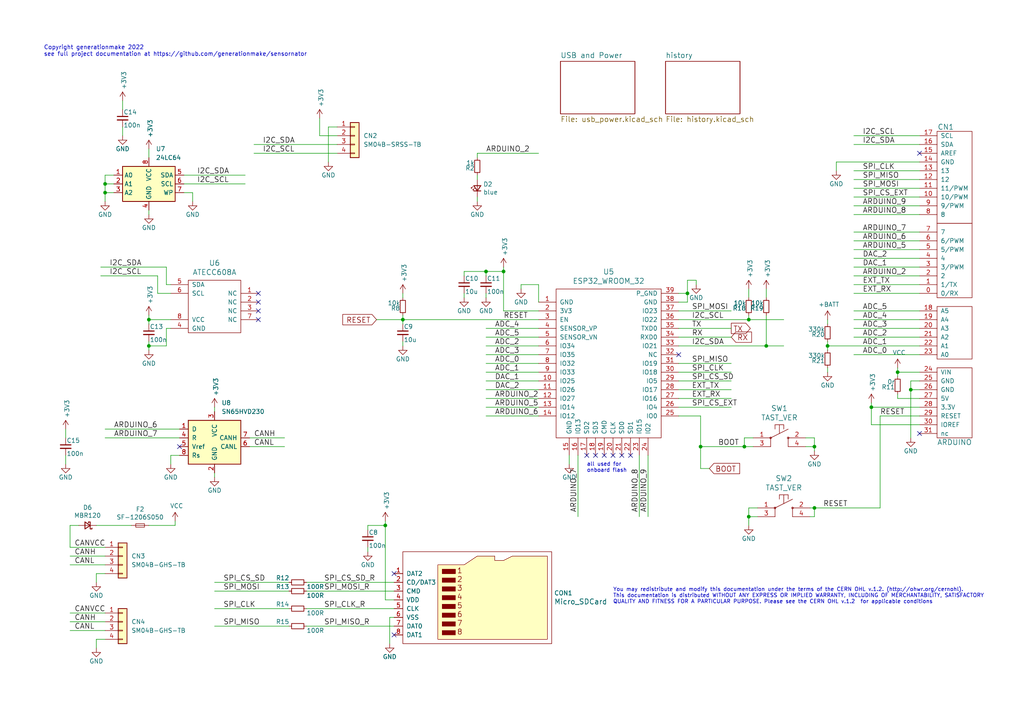
<source format=kicad_sch>
(kicad_sch (version 20211123) (generator eeschema)
  (paper "A4")
  (title_block (title "Sensornator") (date "2022-11-27") (rev "1.2") (company "generationmake") (comment 4 "This documentation describes Open Hardware and is licensed under the CERN OHL v. 1.2."))
  (lib_symbols
    (symbol "Connector_Generic:Conn_01x04" (pin_names (offset 1.016) hide)
      (property "Reference" "J" (at 0 5.08 0))
      (property "Value" "Conn_01x04" (at 0 -7.62 0))
      (symbol "Conn_01x04_1_1"
        (rectangle (start -1.27 -4.953) (end 0 -5.207) (stroke (width 0.1524)))
        (rectangle (start -1.27 -2.413) (end 0 -2.667) (stroke (width 0.1524)))
        (rectangle (start -1.27 0.127) (end 0 -0.127) (stroke (width 0.1524)))
        (rectangle (start -1.27 2.667) (end 0 2.413) (stroke (width 0.1524)))
        (rectangle (start -1.27 3.81) (end 1.27 -6.35) (stroke (width 0.254)) (fill (type background)))
        (pin passive line (at -5.08 2.54 0) (length 3.81) (name "Pin_1") (number "1"))
        (pin passive line (at -5.08 0 0) (length 3.81) (name "Pin_2") (number "2"))
        (pin passive line (at -5.08 -2.54 0) (length 3.81) (name "Pin_3") (number "3"))
        (pin passive line (at -5.08 -5.08 0) (length 3.81) (name "Pin_4") (number "4"))
      )
    )
    (symbol "Device:C_Small" (pin_numbers hide) (pin_names (offset 0.254) hide)
      (property "Reference" "C" (at 0.254 1.778 0))
      (property "Value" "C_Small" (at 0.254 -2.032 0))
      (symbol "C_Small_0_1"
        (polyline (pts (xy -1.524 -0.508) (xy 1.524 -0.508)) (stroke (width 0.3302)))
        (polyline (pts (xy -1.524 0.508) (xy 1.524 0.508)) (stroke (width 0.3048)))
      )
      (symbol "C_Small_1_1"
        (pin passive line (at 0 2.54 270) (length 2.032) (name "~") (number "1"))
        (pin passive line (at 0 -2.54 90) (length 2.032) (name "~") (number "2"))
      )
    )
    (symbol "Device:D_Schottky_Small" (pin_numbers hide) (pin_names (offset 0.254) hide)
      (property "Reference" "D" (at -1.27 2.032 0))
      (property "Value" "D_Schottky_Small" (at -7.112 -2.032 0))
      (symbol "D_Schottky_Small_0_1"
        (polyline (pts (xy -0.762 0) (xy 0.762 0)))
        (polyline (pts (xy 0.762 -1.016) (xy -0.762 0) (xy 0.762 1.016) (xy 0.762 -1.016)) (stroke (width 0.254)))
        (polyline (pts (xy -1.27 0.762) (xy -1.27 1.016) (xy -0.762 1.016) (xy -0.762 -1.016) (xy -0.254 -1.016) (xy -0.254 -0.762)) (stroke (width 0.254)))
      )
      (symbol "D_Schottky_Small_1_1"
        (pin passive line (at -2.54 0 0) (length 1.778) (name "K") (number "1"))
        (pin passive line (at 2.54 0 180) (length 1.778) (name "A") (number "2"))
      )
    )
    (symbol "Device:Fuse_Small" (pin_numbers hide) (pin_names (offset 0.254) hide)
      (property "Reference" "F" (at 0 -1.524 0))
      (property "Value" "Fuse_Small" (at 0 1.524 0))
      (symbol "Fuse_Small_0_1"
        (rectangle (start -1.27 0.508) (end 1.27 -0.508))
        (polyline (pts (xy -1.27 0) (xy 1.27 0)))
      )
      (symbol "Fuse_Small_1_1"
        (pin passive line (at -2.54 0 0) (length 1.27) (name "~") (number "1"))
        (pin passive line (at 2.54 0 180) (length 1.27) (name "~") (number "2"))
      )
    )
    (symbol "Device:LED_Small" (pin_numbers hide) (pin_names (offset 0.254) hide)
      (property "Reference" "D" (at -1.27 3.175 0))
      (property "Value" "LED_Small" (at -4.445 -2.54 0))
      (symbol "LED_Small_0_1"
        (polyline (pts (xy -0.762 -1.016) (xy -0.762 1.016)) (stroke (width 0.254)))
        (polyline (pts (xy 1.016 0) (xy -0.762 0)))
        (polyline (pts (xy 0.762 -1.016) (xy -0.762 0) (xy 0.762 1.016) (xy 0.762 -1.016)) (stroke (width 0.254)))
        (polyline (pts (xy 0 0.762) (xy -0.508 1.27) (xy -0.254 1.27) (xy -0.508 1.27) (xy -0.508 1.016)))
        (polyline (pts (xy 0.508 1.27) (xy 0 1.778) (xy 0.254 1.778) (xy 0 1.778) (xy 0 1.524)))
      )
      (symbol "LED_Small_1_1"
        (pin passive line (at -2.54 0 0) (length 1.778) (name "K") (number "1"))
        (pin passive line (at 2.54 0 180) (length 1.778) (name "A") (number "2"))
      )
    )
    (symbol "Device:R_Small" (pin_numbers hide) (pin_names (offset 0.254) hide)
      (property "Reference" "R" (at 0.762 0.508 0))
      (property "Value" "R_Small" (at 0.762 -1.016 0))
      (symbol "R_Small_0_1"
        (rectangle (start -0.762 1.778) (end 0.762 -1.778) (stroke (width 0.2032)))
      )
      (symbol "R_Small_1_1"
        (pin passive line (at 0 2.54 270) (length 0.762) (name "~") (number "1"))
        (pin passive line (at 0 -2.54 90) (length 0.762) (name "~") (number "2"))
      )
    )
    (symbol "Interface_CAN_LIN:SN65HVD230" (pin_names (offset 1.016))
      (property "Reference" "U" (at -2.54 10.16 0))
      (property "Value" "SN65HVD230" (at -2.54 7.62 0))
      (symbol "SN65HVD230_0_1"
        (rectangle (start -7.62 5.08) (end 7.62 -7.62) (stroke (width 0.254)) (fill (type background)))
      )
      (symbol "SN65HVD230_1_1"
        (pin input line (at -10.16 2.54 0) (length 2.54) (name "D") (number "1"))
        (pin power_in line (at 0 -10.16 90) (length 2.54) (name "GND") (number "2"))
        (pin power_in line (at 0 7.62 270) (length 2.54) (name "VCC") (number "3"))
        (pin output line (at -10.16 0 0) (length 2.54) (name "R") (number "4"))
        (pin output line (at -10.16 -2.54 0) (length 2.54) (name "Vref") (number "5"))
        (pin bidirectional line (at 10.16 -2.54 180) (length 2.54) (name "CANL") (number "6"))
        (pin bidirectional line (at 10.16 0 180) (length 2.54) (name "CANH") (number "7"))
        (pin input line (at -10.16 -5.08 0) (length 2.54) (name "Rs") (number "8"))
      )
    )
    (symbol "Memory_EEPROM:24LC64"
      (property "Reference" "U" (at -6.35 6.35 0))
      (property "Value" "24LC64" (at 1.27 6.35 0))
      (symbol "24LC64_1_1"
        (rectangle (start -7.62 5.08) (end 7.62 -5.08) (stroke (width 0.254)) (fill (type background)))
        (pin input line (at -10.16 2.54 0) (length 2.54) (name "A0") (number "1"))
        (pin input line (at -10.16 0 0) (length 2.54) (name "A1") (number "2"))
        (pin input line (at -10.16 -2.54 0) (length 2.54) (name "A2") (number "3"))
        (pin power_in line (at 0 -7.62 90) (length 2.54) (name "GND") (number "4"))
        (pin bidirectional line (at 10.16 2.54 180) (length 2.54) (name "SDA") (number "5"))
        (pin input line (at 10.16 0 180) (length 2.54) (name "SCL") (number "6"))
        (pin input line (at 10.16 -2.54 180) (length 2.54) (name "WP") (number "7"))
        (pin power_in line (at 0 7.62 270) (length 2.54) (name "VCC") (number "8"))
      )
    )
    (symbol "power:+3V3" (power) (pin_names (offset 0))
      (property "Value" "+3V3" (at 0 3.556 0))
      (symbol "+3V3_0_1"
        (polyline (pts (xy -0.762 1.27) (xy 0 2.54)))
        (polyline (pts (xy 0 0) (xy 0 2.54)))
        (polyline (pts (xy 0 2.54) (xy 0.762 1.27)))
      )
      (symbol "+3V3_1_1"
        (pin power_in line (at 0 0 90) (length 0) hide (name "+3V3") (number "1"))
      )
    )
    (symbol "power:+BATT" (power) (pin_names (offset 0))
      (property "Value" "+BATT" (at 0 3.556 0))
      (symbol "+BATT_0_1"
        (polyline (pts (xy -0.762 1.27) (xy 0 2.54)))
        (polyline (pts (xy 0 0) (xy 0 2.54)))
        (polyline (pts (xy 0 2.54) (xy 0.762 1.27)))
      )
      (symbol "+BATT_1_1"
        (pin power_in line (at 0 0 90) (length 0) hide (name "+BATT") (number "1"))
      )
    )
    (symbol "power:GND" (power) (pin_names (offset 0))
      (property "Value" "GND" (at 0 -3.81 0))
      (symbol "GND_0_1"
        (polyline (pts (xy 0 0) (xy 0 -1.27) (xy 1.27 -1.27) (xy 0 -2.54) (xy -1.27 -1.27) (xy 0 -1.27)))
      )
      (symbol "GND_1_1"
        (pin power_in line (at 0 0 270) (length 0) hide (name "GND") (number "1"))
      )
    )
    (symbol "power:VCC" (power) (pin_names (offset 0))
      (property "Value" "VCC" (at 0 3.81 0))
      (symbol "VCC_0_1"
        (polyline (pts (xy -0.762 1.27) (xy 0 2.54)))
        (polyline (pts (xy 0 0) (xy 0 2.54)))
        (polyline (pts (xy 0 2.54) (xy 0.762 1.27)))
      )
      (symbol "VCC_1_1"
        (pin power_in line (at 0 0 90) (length 0) hide (name "VCC") (number "1"))
      )
    )
    (symbol "sensornator-rescue:ARDUINO-MODULE_compute-sensornator-rescue" (pin_names (offset 1.016))
      (property "Reference" "CN" (at 2.54 44.45 0))
      (property "Value" "ARDUINO-MODULE_compute-sensornator-rescue" (at 5.08 -46.99 0))
      (symbol "ARDUINO-MODULE_compute-sensornator-rescue_0_1"
        (rectangle (start 0 -25.4) (end 10.16 -45.72))
        (rectangle (start 0 -7.62) (end 10.16 -22.86))
        (rectangle (start 0 16.51) (end 10.16 -5.08))
        (rectangle (start 0 16.51) (end 10.16 43.18))
      )
      (symbol "ARDUINO-MODULE_compute-sensornator-rescue_1_1"
        (pin input line (at -5.08 -3.81 0) (length 5.08) (name "0/RX") (number "0"))
        (pin input line (at -5.08 -1.27 0) (length 5.08) (name "1/TX") (number "1"))
        (pin input line (at -5.08 24.13 0) (length 5.08) (name "10/PWM") (number "10"))
        (pin input line (at -5.08 26.67 0) (length 5.08) (name "11/PWM") (number "11"))
        (pin input line (at -5.08 29.21 0) (length 5.08) (name "12") (number "12"))
        (pin input line (at -5.08 31.75 0) (length 5.08) (name "13") (number "13"))
        (pin input line (at -5.08 34.29 0) (length 5.08) (name "GND") (number "14"))
        (pin input line (at -5.08 36.83 0) (length 5.08) (name "AREF") (number "15"))
        (pin input line (at -5.08 39.37 0) (length 5.08) (name "SDA") (number "16"))
        (pin input line (at -5.08 41.91 0) (length 5.08) (name "SCL") (number "17"))
        (pin input line (at -5.08 -8.89 0) (length 5.08) (name "A5") (number "18"))
        (pin input line (at -5.08 -11.43 0) (length 5.08) (name "A4") (number "19"))
        (pin input line (at -5.08 1.27 0) (length 5.08) (name "2") (number "2"))
        (pin input line (at -5.08 -13.97 0) (length 5.08) (name "A3") (number "20"))
        (pin input line (at -5.08 -16.51 0) (length 5.08) (name "A2") (number "21"))
        (pin input line (at -5.08 -19.05 0) (length 5.08) (name "A1") (number "22"))
        (pin input line (at -5.08 -21.59 0) (length 5.08) (name "A0") (number "23"))
        (pin input line (at -5.08 -26.67 0) (length 5.08) (name "VIN") (number "24"))
        (pin input line (at -5.08 -29.21 0) (length 5.08) (name "GND") (number "25"))
        (pin input line (at -5.08 -31.75 0) (length 5.08) (name "GND") (number "26"))
        (pin input line (at -5.08 -34.29 0) (length 5.08) (name "5V") (number "27"))
        (pin input line (at -5.08 -36.83 0) (length 5.08) (name "3.3V") (number "28"))
        (pin input line (at -5.08 -39.37 0) (length 5.08) (name "RESET") (number "29"))
        (pin input line (at -5.08 3.81 0) (length 5.08) (name "3/PWM") (number "3"))
        (pin input line (at -5.08 -41.91 0) (length 5.08) (name "IOREF") (number "30"))
        (pin input line (at -5.08 -44.45 0) (length 5.08) (name "nc") (number "31"))
        (pin input line (at -5.08 6.35 0) (length 5.08) (name "4") (number "4"))
        (pin input line (at -5.08 8.89 0) (length 5.08) (name "5/PWM") (number "5"))
        (pin input line (at -5.08 11.43 0) (length 5.08) (name "6/PWM") (number "6"))
        (pin input line (at -5.08 13.97 0) (length 5.08) (name "7") (number "7"))
        (pin input line (at -5.08 19.05 0) (length 5.08) (name "8") (number "8"))
        (pin input line (at -5.08 21.59 0) (length 5.08) (name "9/PWM") (number "9"))
      )
    )
    (symbol "sensornator-rescue:ATECC608A-IC_interface_i2c" (pin_names (offset 1.016))
      (property "Reference" "U" (at 0 17.78 0))
      (property "Value" "ATECC608A-IC_interface_i2c" (at 0 0 0))
      (symbol "ATECC608A-IC_interface_i2c_0_1"
        (rectangle (start -7.62 16.51) (end 7.62 1.27))
      )
      (symbol "ATECC608A-IC_interface_i2c_1_1"
        (pin passive line (at 12.7 12.7 180) (length 5.08) (name "NC") (number "1"))
        (pin passive line (at 12.7 10.16 180) (length 5.08) (name "NC") (number "2"))
        (pin passive line (at 12.7 7.62 180) (length 5.08) (name "NC") (number "3"))
        (pin passive line (at -12.7 2.54 0) (length 5.08) (name "GND") (number "4"))
        (pin passive line (at -12.7 15.24 0) (length 5.08) (name "SDA") (number "5"))
        (pin passive line (at -12.7 12.7 0) (length 5.08) (name "SCL") (number "6"))
        (pin passive line (at 12.7 5.08 180) (length 5.08) (name "NC") (number "7"))
        (pin passive line (at -12.7 5.08 0) (length 5.08) (name "VCC") (number "8"))
      )
    )
    (symbol "sensornator-rescue:ESP32_WROOM_32-MODULE_compute" (pin_names (offset 1.016))
      (property "Reference" "U" (at 0 22.86 0))
      (property "Value" "ESP32_WROOM_32-MODULE_compute" (at -3.81 20.32 0))
      (symbol "ESP32_WROOM_32-MODULE_compute_0_1"
        (rectangle (start -15.24 21.59) (end 15.24 -21.59))
      )
      (symbol "ESP32_WROOM_32-MODULE_compute_1_1"
        (pin input line (at -20.32 17.78 0) (length 5.08) (name "GND") (number "1"))
        (pin input line (at -20.32 -5.08 0) (length 5.08) (name "IO25") (number "10"))
        (pin input line (at -20.32 -7.62 0) (length 5.08) (name "IO26") (number "11"))
        (pin input line (at -20.32 -10.16 0) (length 5.08) (name "IO27") (number "12"))
        (pin input line (at -20.32 -12.7 0) (length 5.08) (name "IO14") (number "13"))
        (pin input line (at -20.32 -15.24 0) (length 5.08) (name "IO12") (number "14"))
        (pin input line (at -11.43 -26.67 90) (length 5.08) (name "GND") (number "15"))
        (pin input line (at -8.89 -26.67 90) (length 5.08) (name "IO13") (number "16"))
        (pin input line (at -6.35 -26.67 90) (length 5.08) (name "SD2") (number "17"))
        (pin input line (at -3.81 -26.67 90) (length 5.08) (name "SD3") (number "18"))
        (pin input line (at -1.27 -26.67 90) (length 5.08) (name "CMD") (number "19"))
        (pin input line (at -20.32 15.24 0) (length 5.08) (name "3V3") (number "2"))
        (pin input line (at 1.27 -26.67 90) (length 5.08) (name "CLK") (number "20"))
        (pin input line (at 3.81 -26.67 90) (length 5.08) (name "SD0") (number "21"))
        (pin input line (at 6.35 -26.67 90) (length 5.08) (name "SD1") (number "22"))
        (pin input line (at 8.89 -26.67 90) (length 5.08) (name "IO15") (number "23"))
        (pin input line (at 11.43 -26.67 90) (length 5.08) (name "IO2") (number "24"))
        (pin input line (at 20.32 -15.24 180) (length 5.08) (name "IO0") (number "25"))
        (pin input line (at 20.32 -12.7 180) (length 5.08) (name "IO4") (number "26"))
        (pin input line (at 20.32 -10.16 180) (length 5.08) (name "IO16") (number "27"))
        (pin input line (at 20.32 -7.62 180) (length 5.08) (name "IO17") (number "28"))
        (pin input line (at 20.32 -5.08 180) (length 5.08) (name "IO5") (number "29"))
        (pin input line (at -20.32 12.7 0) (length 5.08) (name "EN") (number "3"))
        (pin input line (at 20.32 -2.54 180) (length 5.08) (name "IO18") (number "30"))
        (pin input line (at 20.32 0 180) (length 5.08) (name "IO19") (number "31"))
        (pin input line (at 20.32 2.54 180) (length 5.08) (name "NC") (number "32"))
        (pin input line (at 20.32 5.08 180) (length 5.08) (name "IO21") (number "33"))
        (pin input line (at 20.32 7.62 180) (length 5.08) (name "RXD0") (number "34"))
        (pin input line (at 20.32 10.16 180) (length 5.08) (name "TXD0") (number "35"))
        (pin input line (at 20.32 12.7 180) (length 5.08) (name "IO22") (number "36"))
        (pin input line (at 20.32 15.24 180) (length 5.08) (name "IO23") (number "37"))
        (pin input line (at 20.32 17.78 180) (length 5.08) (name "GND") (number "38"))
        (pin input line (at 20.32 20.32 180) (length 5.08) (name "P_GND") (number "39"))
        (pin input line (at -20.32 10.16 0) (length 5.08) (name "SENSOR_VP") (number "4"))
        (pin input line (at -20.32 7.62 0) (length 5.08) (name "SENSOR_VN") (number "5"))
        (pin input line (at -20.32 5.08 0) (length 5.08) (name "IO34") (number "6"))
        (pin input line (at -20.32 2.54 0) (length 5.08) (name "IO35") (number "7"))
        (pin input line (at -20.32 0 0) (length 5.08) (name "IO32") (number "8"))
        (pin input line (at -20.32 -2.54 0) (length 5.08) (name "IO33") (number "9"))
      )
    )
    (symbol "sensornator-rescue:Micro_SDCard-electrical-connectors" (pin_names (offset 1.016))
      (property "Reference" "CON" (at -10.16 17.78 0))
      (property "Value" "Micro_SDCard-electrical-connectors" (at 25.4 2.54 90))
      (symbol "Micro_SDCard-electrical-connectors_0_0"
        (rectangle (start -13.97 16.51) (end 29.21 -10.16))
        (text "1" (at 2.54 10.16 0) (effects (font (size 1.524 1.524)) (justify bottom)))
        (text "2" (at 2.54 7.62 0) (effects (font (size 1.524 1.524)) (justify bottom)))
        (text "3" (at 2.54 5.08 0) (effects (font (size 1.524 1.524)) (justify bottom)))
        (text "4" (at 2.54 2.54 0) (effects (font (size 1.524 1.524)) (justify bottom)))
        (text "5" (at 2.54 0 0) (effects (font (size 1.524 1.524)) (justify bottom)))
        (text "6" (at 2.54 -2.54 0) (effects (font (size 1.524 1.524)) (justify bottom)))
        (text "7" (at 2.54 -5.08 0) (effects (font (size 1.524 1.524)) (justify bottom)))
        (text "8" (at 2.54 -7.62 0) (effects (font (size 1.524 1.524)) (justify bottom)))
      )
      (symbol "Micro_SDCard-electrical-connectors_0_1"
        (rectangle (start -2.54 -6.35) (end 1.27 -7.62) (fill (type outline)))
        (rectangle (start -2.54 -3.81) (end 1.27 -5.08) (fill (type outline)))
        (rectangle (start -2.54 -1.27) (end 1.27 -2.54) (fill (type outline)))
        (rectangle (start -2.54 1.27) (end 1.27 0) (fill (type outline)))
        (rectangle (start -2.54 3.81) (end 1.27 2.54) (fill (type outline)))
        (rectangle (start -2.54 6.35) (end 1.27 5.08) (fill (type outline)))
        (rectangle (start -2.54 8.89) (end 1.27 7.62) (fill (type outline)))
        (rectangle (start -2.54 11.43) (end 1.27 10.16) (fill (type outline)))
        (rectangle (start -2.54 11.43) (end 1.27 10.16) (fill (type outline)))
        (polyline (pts (xy -3.81 12.7) (xy 3.81 12.7) (xy 7.62 15.24) (xy 12.7 15.24) (xy 12.7 13.97) (xy 15.24 13.97) (xy 17.78 15.24) (xy 27.94 15.24) (xy 27.94 -8.89) (xy -3.81 -8.89) (xy -3.81 12.7)) (fill (type background)))
      )
      (symbol "Micro_SDCard-electrical-connectors_1_1"
        (pin input line (at -16.51 10.16 0) (length 2.54) (name "DAT2") (number "1"))
        (pin input line (at -16.51 7.62 0) (length 2.54) (name "CD/DAT3") (number "2"))
        (pin input line (at -16.51 5.08 0) (length 2.54) (name "CMD") (number "3"))
        (pin input line (at -16.51 2.54 0) (length 2.54) (name "VDD") (number "4"))
        (pin input line (at -16.51 0 0) (length 2.54) (name "CLK") (number "5"))
        (pin input line (at -16.51 -2.54 0) (length 2.54) (name "VSS") (number "6"))
        (pin input line (at -16.51 -5.08 0) (length 2.54) (name "DAT0") (number "7"))
        (pin input line (at -16.51 -7.62 0) (length 2.54) (name "DAT1") (number "8"))
      )
    )
    (symbol "sensornator-rescue:TAST_VER-mechanical-switches" (pin_names (offset 1.016))
      (property "Reference" "SW" (at 0 5.08 0))
      (property "Value" "TAST_VER-mechanical-switches" (at 0 -5.08 0))
      (symbol "TAST_VER-mechanical-switches_0_1"
        (circle (center -2.54 0) (radius 0.254))
        (polyline (pts (xy -2.54 0) (xy -2.54 -2.54)))
        (polyline (pts (xy -2.54 0) (xy 2.54 2.54)))
        (polyline (pts (xy -1.27 3.81) (xy -1.27 2.54)))
        (polyline (pts (xy -1.27 3.81) (xy -1.27 3.81)))
        (polyline (pts (xy 0 1.27) (xy 0 3.81)))
        (polyline (pts (xy 1.27 3.81) (xy -1.27 3.81)))
        (polyline (pts (xy 1.27 3.81) (xy 1.27 2.54)))
        (polyline (pts (xy 2.54 0) (xy 2.54 -2.54)))
        (circle (center 2.54 0) (radius 0.254))
      )
      (symbol "TAST_VER-mechanical-switches_1_1"
        (pin input line (at -7.62 0 0) (length 5.08) (name "~") (number "1"))
        (pin input line (at 7.62 0 180) (length 5.08) (name "~") (number "2"))
        (pin input line (at -7.62 -2.54 0) (length 5.08) (name "~") (number "3"))
        (pin input line (at 7.62 -2.54 180) (length 5.08) (name "~") (number "4"))
      )
    )
  )
  (junction (at 222.25 100.33))
  (junction (at 236.22 129.54))
  (junction (at 217.17 92.71))
  (junction (at 116.84 92.71))
  (junction (at 217.17 149.86))
  (junction (at 30.48 53.34))
  (junction (at 252.73 118.11))
  (junction (at 215.9 129.54))
  (junction (at 43.18 92.71))
  (junction (at 30.48 55.88))
  (junction (at 203.2 129.54))
  (junction (at 43.18 100.33))
  (junction (at 260.35 107.95))
  (junction (at 264.16 113.03))
  (junction (at 199.39 85.09))
  (junction (at 140.97 78.74))
  (junction (at 240.03 100.33))
  (junction (at 111.76 152.4))
  (junction (at 236.22 147.32))
  (junction (at 146.05 78.74))
  (no_connect (at 177.8 132.08))
  (no_connect (at 182.88 132.08))
  (no_connect (at 114.3 166.37))
  (no_connect (at 74.93 87.63))
  (no_connect (at 180.34 132.08))
  (no_connect (at 170.18 132.08))
  (no_connect (at 175.26 132.08))
  (no_connect (at 266.7 125.73))
  (no_connect (at 266.7 44.45))
  (no_connect (at 74.93 85.09))
  (no_connect (at 196.85 102.87))
  (no_connect (at 52.07 129.54))
  (no_connect (at 74.93 90.17))
  (no_connect (at 172.72 132.08))
  (no_connect (at 114.3 184.15))
  (no_connect (at 74.93 92.71))
  (wire (pts (xy 62.23 118.11) (xy 62.23 119.38)))
  (wire (pts (xy 212.09 115.57) (xy 196.85 115.57)))
  (wire (pts (xy 264.16 113.03) (xy 264.16 127)))
  (wire (pts (xy 247.65 54.61) (xy 266.7 54.61)))
  (wire (pts (xy 218.44 129.54) (xy 215.9 129.54)))
  (wire (pts (xy 236.22 127) (xy 236.22 129.54)))
  (wire (pts (xy 43.18 92.71) (xy 43.18 91.44)))
  (wire (pts (xy 140.97 102.87) (xy 156.21 102.87)))
  (wire (pts (xy 53.34 53.34) (xy 71.12 53.34)))
  (wire (pts (xy 73.66 41.91) (xy 97.79 41.91)))
  (wire (pts (xy 35.56 29.21) (xy 35.56 31.75)))
  (wire (pts (xy 247.65 77.47) (xy 266.7 77.47)))
  (wire (pts (xy 247.65 39.37) (xy 266.7 39.37)))
  (wire (pts (xy 134.62 78.74) (xy 140.97 78.74)))
  (wire (pts (xy 242.57 46.99) (xy 242.57 49.53)))
  (wire (pts (xy 62.23 181.61) (xy 83.82 181.61)))
  (wire (pts (xy 247.65 90.17) (xy 266.7 90.17)))
  (wire (pts (xy 252.73 123.19) (xy 252.73 118.11)))
  (wire (pts (xy 30.48 166.37) (xy 27.94 166.37)))
  (wire (pts (xy 140.97 95.25) (xy 156.21 95.25)))
  (wire (pts (xy 255.27 120.65) (xy 255.27 147.32)))
  (wire (pts (xy 247.65 92.71) (xy 266.7 92.71)))
  (wire (pts (xy 116.84 99.06) (xy 116.84 100.33)))
  (wire (pts (xy 247.65 57.15) (xy 266.7 57.15)))
  (wire (pts (xy 222.25 91.44) (xy 222.25 100.33)))
  (wire (pts (xy 260.35 106.68) (xy 260.35 107.95)))
  (wire (pts (xy 116.84 91.44) (xy 116.84 92.71)))
  (wire (pts (xy 30.48 53.34) (xy 33.02 53.34)))
  (wire (pts (xy 140.97 80.01) (xy 140.97 78.74)))
  (wire (pts (xy 233.68 127) (xy 236.22 127)))
  (wire (pts (xy 215.9 127) (xy 215.9 129.54)))
  (wire (pts (xy 33.02 50.8) (xy 30.48 50.8)))
  (wire (pts (xy 266.7 115.57) (xy 260.35 115.57)))
  (wire (pts (xy 20.32 161.29) (xy 30.48 161.29)))
  (wire (pts (xy 92.71 39.37) (xy 92.71 34.29)))
  (wire (pts (xy 20.32 180.34) (xy 30.48 180.34)))
  (wire (pts (xy 260.35 115.57) (xy 260.35 114.3)))
  (wire (pts (xy 236.22 147.32) (xy 255.27 147.32)))
  (wire (pts (xy 43.18 99.06) (xy 43.18 100.33)))
  (wire (pts (xy 222.25 100.33) (xy 227.33 100.33)))
  (wire (pts (xy 140.97 97.79) (xy 156.21 97.79)))
  (wire (pts (xy 140.97 115.57) (xy 156.21 115.57)))
  (wire (pts (xy 111.76 173.99) (xy 111.76 152.4)))
  (wire (pts (xy 134.62 80.01) (xy 134.62 78.74)))
  (wire (pts (xy 140.97 107.95) (xy 156.21 107.95)))
  (wire (pts (xy 240.03 99.06) (xy 240.03 100.33)))
  (wire (pts (xy 138.43 57.15) (xy 138.43 58.42)))
  (wire (pts (xy 45.72 80.01) (xy 45.72 85.09)))
  (wire (pts (xy 212.09 107.95) (xy 196.85 107.95)))
  (wire (pts (xy 247.65 80.01) (xy 266.7 80.01)))
  (wire (pts (xy 30.48 53.34) (xy 30.48 55.88)))
  (wire (pts (xy 106.68 153.67) (xy 106.68 152.4)))
  (wire (pts (xy 52.07 132.08) (xy 49.53 132.08)))
  (wire (pts (xy 260.35 107.95) (xy 260.35 109.22)))
  (wire (pts (xy 242.57 46.99) (xy 266.7 46.99)))
  (wire (pts (xy 138.43 44.45) (xy 138.43 45.72)))
  (wire (pts (xy 219.71 147.32) (xy 217.17 147.32)))
  (wire (pts (xy 212.09 97.79) (xy 196.85 97.79)))
  (wire (pts (xy 106.68 158.75) (xy 106.68 160.02)))
  (wire (pts (xy 212.09 110.49) (xy 196.85 110.49)))
  (wire (pts (xy 187.96 149.86) (xy 187.96 132.08)))
  (wire (pts (xy 196.85 92.71) (xy 217.17 92.71)))
  (wire (pts (xy 264.16 110.49) (xy 264.16 113.03)))
  (wire (pts (xy 247.65 102.87) (xy 266.7 102.87)))
  (wire (pts (xy 43.18 43.18) (xy 43.18 45.72)))
  (wire (pts (xy 165.1 132.08) (xy 165.1 134.62)))
  (wire (pts (xy 48.26 82.55) (xy 49.53 82.55)))
  (wire (pts (xy 43.18 100.33) (xy 43.18 101.6)))
  (wire (pts (xy 27.94 166.37) (xy 27.94 168.91)))
  (wire (pts (xy 247.65 49.53) (xy 266.7 49.53)))
  (wire (pts (xy 114.3 179.07) (xy 113.03 179.07)))
  (wire (pts (xy 72.39 127) (xy 82.55 127)))
  (wire (pts (xy 247.65 69.85) (xy 266.7 69.85)))
  (wire (pts (xy 236.22 147.32) (xy 234.95 147.32)))
  (wire (pts (xy 234.95 149.86) (xy 236.22 149.86)))
  (wire (pts (xy 266.7 113.03) (xy 264.16 113.03)))
  (wire (pts (xy 247.65 82.55) (xy 266.7 82.55)))
  (wire (pts (xy 49.53 95.25) (xy 48.26 95.25)))
  (wire (pts (xy 252.73 118.11) (xy 266.7 118.11)))
  (wire (pts (xy 43.18 60.96) (xy 43.18 62.23)))
  (wire (pts (xy 109.22 92.71) (xy 116.84 92.71)))
  (wire (pts (xy 203.2 135.89) (xy 203.2 129.54)))
  (wire (pts (xy 240.03 93.98) (xy 240.03 92.71)))
  (wire (pts (xy 199.39 85.09) (xy 199.39 81.28)))
  (wire (pts (xy 48.26 77.47) (xy 48.26 82.55)))
  (wire (pts (xy 97.79 39.37) (xy 92.71 39.37)))
  (wire (pts (xy 111.76 152.4) (xy 111.76 151.13)))
  (wire (pts (xy 140.97 118.11) (xy 156.21 118.11)))
  (wire (pts (xy 72.39 129.54) (xy 82.55 129.54)))
  (wire (pts (xy 252.73 123.19) (xy 266.7 123.19)))
  (wire (pts (xy 222.25 83.82) (xy 222.25 86.36)))
  (wire (pts (xy 156.21 82.55) (xy 151.13 82.55)))
  (wire (pts (xy 217.17 147.32) (xy 217.17 149.86)))
  (wire (pts (xy 218.44 127) (xy 215.9 127)))
  (wire (pts (xy 97.79 36.83) (xy 95.25 36.83)))
  (wire (pts (xy 212.09 105.41) (xy 196.85 105.41)))
  (wire (pts (xy 212.09 90.17) (xy 196.85 90.17)))
  (wire (pts (xy 35.56 36.83) (xy 35.56 39.37)))
  (wire (pts (xy 151.13 82.55) (xy 151.13 83.82)))
  (wire (pts (xy 140.97 113.03) (xy 156.21 113.03)))
  (wire (pts (xy 203.2 120.65) (xy 196.85 120.65)))
  (wire (pts (xy 134.62 86.36) (xy 134.62 85.09)))
  (wire (pts (xy 49.53 132.08) (xy 49.53 134.62)))
  (wire (pts (xy 247.65 41.91) (xy 266.7 41.91)))
  (wire (pts (xy 19.05 124.46) (xy 19.05 127)))
  (wire (pts (xy 43.18 92.71) (xy 49.53 92.71)))
  (wire (pts (xy 114.3 173.99) (xy 111.76 173.99)))
  (wire (pts (xy 48.26 95.25) (xy 48.26 100.33)))
  (wire (pts (xy 236.22 129.54) (xy 236.22 130.81)))
  (wire (pts (xy 45.72 85.09) (xy 49.53 85.09)))
  (wire (pts (xy 106.68 152.4) (xy 111.76 152.4)))
  (wire (pts (xy 88.9 181.61) (xy 114.3 181.61)))
  (wire (pts (xy 247.65 59.69) (xy 266.7 59.69)))
  (wire (pts (xy 217.17 91.44) (xy 217.17 92.71)))
  (wire (pts (xy 30.48 55.88) (xy 30.48 58.42)))
  (wire (pts (xy 19.05 132.08) (xy 19.05 134.62)))
  (wire (pts (xy 236.22 149.86) (xy 236.22 147.32)))
  (wire (pts (xy 73.66 44.45) (xy 97.79 44.45)))
  (wire (pts (xy 20.32 152.4) (xy 22.86 152.4)))
  (wire (pts (xy 217.17 92.71) (xy 227.33 92.71)))
  (wire (pts (xy 156.21 87.63) (xy 156.21 82.55)))
  (wire (pts (xy 20.32 158.75) (xy 30.48 158.75)))
  (wire (pts (xy 20.32 163.83) (xy 30.48 163.83)))
  (wire (pts (xy 247.65 85.09) (xy 266.7 85.09)))
  (wire (pts (xy 146.05 78.74) (xy 146.05 77.47)))
  (wire (pts (xy 140.97 100.33) (xy 156.21 100.33)))
  (wire (pts (xy 247.65 52.07) (xy 266.7 52.07)))
  (wire (pts (xy 30.48 50.8) (xy 30.48 53.34)))
  (wire (pts (xy 55.88 55.88) (xy 55.88 58.42)))
  (wire (pts (xy 260.35 107.95) (xy 266.7 107.95)))
  (wire (pts (xy 140.97 110.49) (xy 156.21 110.49)))
  (wire (pts (xy 215.9 129.54) (xy 203.2 129.54)))
  (wire (pts (xy 266.7 110.49) (xy 264.16 110.49)))
  (wire (pts (xy 219.71 149.86) (xy 217.17 149.86)))
  (wire (pts (xy 62.23 171.45) (xy 83.82 171.45)))
  (wire (pts (xy 212.09 95.25) (xy 196.85 95.25)))
  (wire (pts (xy 203.2 129.54) (xy 203.2 120.65)))
  (wire (pts (xy 140.97 85.09) (xy 140.97 86.36)))
  (wire (pts (xy 247.65 97.79) (xy 266.7 97.79)))
  (wire (pts (xy 29.21 80.01) (xy 45.72 80.01)))
  (wire (pts (xy 138.43 50.8) (xy 138.43 52.07)))
  (wire (pts (xy 43.18 93.98) (xy 43.18 92.71)))
  (wire (pts (xy 247.65 74.93) (xy 266.7 74.93)))
  (wire (pts (xy 30.48 55.88) (xy 33.02 55.88)))
  (wire (pts (xy 247.65 62.23) (xy 266.7 62.23)))
  (wire (pts (xy 95.25 36.83) (xy 95.25 46.99)))
  (wire (pts (xy 20.32 177.8) (xy 30.48 177.8)))
  (wire (pts (xy 247.65 95.25) (xy 266.7 95.25)))
  (wire (pts (xy 240.03 100.33) (xy 266.7 100.33)))
  (wire (pts (xy 62.23 168.91) (xy 83.82 168.91)))
  (wire (pts (xy 196.85 100.33) (xy 222.25 100.33)))
  (wire (pts (xy 48.26 100.33) (xy 43.18 100.33)))
  (wire (pts (xy 247.65 67.31) (xy 266.7 67.31)))
  (wire (pts (xy 212.09 118.11) (xy 196.85 118.11)))
  (wire (pts (xy 53.34 55.88) (xy 55.88 55.88)))
  (wire (pts (xy 156.21 44.45) (xy 138.43 44.45)))
  (wire (pts (xy 167.64 149.86) (xy 167.64 132.08)))
  (wire (pts (xy 140.97 105.41) (xy 156.21 105.41)))
  (wire (pts (xy 116.84 85.09) (xy 116.84 86.36)))
  (wire (pts (xy 140.97 78.74) (xy 146.05 78.74)))
  (wire (pts (xy 196.85 87.63) (xy 199.39 87.63)))
  (wire (pts (xy 30.48 127) (xy 52.07 127)))
  (wire (pts (xy 29.21 77.47) (xy 48.26 77.47)))
  (wire (pts (xy 140.97 120.65) (xy 156.21 120.65)))
  (wire (pts (xy 27.94 185.42) (xy 27.94 187.96)))
  (wire (pts (xy 205.74 135.89) (xy 203.2 135.89)))
  (wire (pts (xy 50.8 152.4) (xy 50.8 151.13)))
  (wire (pts (xy 43.18 152.4) (xy 50.8 152.4)))
  (wire (pts (xy 212.09 113.03) (xy 196.85 113.03)))
  (wire (pts (xy 62.23 176.53) (xy 83.82 176.53)))
  (wire (pts (xy 217.17 83.82) (xy 217.17 86.36)))
  (wire (pts (xy 20.32 182.88) (xy 30.48 182.88)))
  (wire (pts (xy 247.65 72.39) (xy 266.7 72.39)))
  (wire (pts (xy 199.39 81.28) (xy 201.93 81.28)))
  (wire (pts (xy 240.03 106.68) (xy 240.03 107.95)))
  (wire (pts (xy 27.94 152.4) (xy 38.1 152.4)))
  (wire (pts (xy 233.68 129.54) (xy 236.22 129.54)))
  (wire (pts (xy 30.48 185.42) (xy 27.94 185.42)))
  (wire (pts (xy 199.39 87.63) (xy 199.39 85.09)))
  (wire (pts (xy 88.9 171.45) (xy 114.3 171.45)))
  (wire (pts (xy 88.9 168.91) (xy 114.3 168.91)))
  (wire (pts (xy 146.05 90.17) (xy 146.05 78.74)))
  (wire (pts (xy 30.48 124.46) (xy 52.07 124.46)))
  (wire (pts (xy 156.21 90.17) (xy 146.05 90.17)))
  (wire (pts (xy 156.21 92.71) (xy 116.84 92.71)))
  (wire (pts (xy 196.85 85.09) (xy 199.39 85.09)))
  (wire (pts (xy 62.23 137.16) (xy 62.23 138.43)))
  (wire (pts (xy 240.03 100.33) (xy 240.03 101.6)))
  (wire (pts (xy 53.34 50.8) (xy 71.12 50.8)))
  (wire (pts (xy 116.84 92.71) (xy 116.84 93.98)))
  (wire (pts (xy 185.42 149.86) (xy 185.42 132.08)))
  (wire (pts (xy 88.9 176.53) (xy 114.3 176.53)))
  (wire (pts (xy 217.17 149.86) (xy 217.17 152.4)))
  (wire (pts (xy 201.93 81.28) (xy 201.93 82.55)))
  (wire (pts (xy 255.27 120.65) (xy 266.7 120.65)))
  (wire (pts (xy 113.03 179.07) (xy 113.03 186.69)))
  (wire (pts (xy 252.73 118.11) (xy 252.73 116.84)))
  (wire (pts (xy 20.32 152.4) (xy 20.32 158.75)))
  (text "Copyright generationmake 2022\nsee full project documentation at https://github.com/generationmake/sensornator" (at 12.7 16.51 0) (effects (font (size 1.1938 1.1938)) (justify left bottom)))
  (text "all used for \nonboard flash" (at 170.18 137.16 0) (effects (font (size 1.0922 1.0922)) (justify left bottom)))
  (text "You may redistribute and modify this documentation under the terms of the CERN OHL v.1.2. (http://ohwr.org/cernohl). \nThis documentation is distributed WITHOUT ANY EXPRESS OR IMPLIED WARRANTY, INCLUDING OF MERCHANTABILITY, SATISFACTORY \nQUALITY AND FITNESS FOR A PARTICULAR PURPOSE. Please see the CERN OHL v.1.2  for applicable conditions" (at 177.8 175.26 0) (effects (font (size 1.0922 1.0922)) (justify left bottom)))
  (label "ARDUINO_2" (at 250.19 80.01 0) (effects (font (size 1.524 1.524))))
  (label "CANVCC" (at 21.59 177.8 0) (effects (font (size 1.524 1.524))))
  (label "I2C_SDA" (at 200.66 100.33 0) (effects (font (size 1.524 1.524))))
  (label "TX" (at 200.66 95.25 0) (effects (font (size 1.524 1.524))))
  (label "ARDUINO_8" (at 185.42 148.59 90) (effects (font (size 1.524 1.524))))
  (label "CANH" (at 21.59 180.34 0) (effects (font (size 1.524 1.524))))
  (label "I2C_SDA" (at 250.19 41.91 0) (effects (font (size 1.524 1.524))))
  (label "SPI_MISO" (at 250.19 52.07 0) (effects (font (size 1.524 1.524))))
  (label "ADC_2" (at 250.19 97.79 0) (effects (font (size 1.524 1.524))))
  (label "ARDUINO_7" (at 167.64 148.59 90) (effects (font (size 1.524 1.524))))
  (label "SPI_MOSI" (at 64.77 171.45 0) (effects (font (size 1.524 1.524))))
  (label "SPI_CS_SD_R" (at 93.98 168.91 0) (effects (font (size 1.524 1.524))))
  (label "SPI_MISO_R" (at 93.98 181.61 0) (effects (font (size 1.524 1.524))))
  (label "RESET" (at 255.27 120.65 0) (effects (font (size 1.524 1.524))))
  (label "CANL" (at 21.59 182.88 0) (effects (font (size 1.524 1.524))))
  (label "CANL" (at 73.66 129.54 0) (effects (font (size 1.524 1.524))))
  (label "ARDUINO_9" (at 250.19 59.69 0) (effects (font (size 1.524 1.524))))
  (label "I2C_SCL" (at 250.19 39.37 0) (effects (font (size 1.524 1.524))))
  (label "SPI_CS_SD" (at 200.66 110.49 0) (effects (font (size 1.524 1.524))))
  (label "SPI_CLK" (at 250.19 49.53 0) (effects (font (size 1.524 1.524))))
  (label "ARDUINO_7" (at 250.19 67.31 0) (effects (font (size 1.524 1.524))))
  (label "DAC_2" (at 143.51 113.03 0) (effects (font (size 1.524 1.524))))
  (label "SPI_CS_SD" (at 64.77 168.91 0) (effects (font (size 1.524 1.524))))
  (label "SPI_CLK" (at 64.77 176.53 0) (effects (font (size 1.524 1.524))))
  (label "SPI_MOSI_R" (at 93.98 171.45 0) (effects (font (size 1.524 1.524))))
  (label "SPI_CS_EXT" (at 250.19 57.15 0) (effects (font (size 1.524 1.524))))
  (label "EXT_RX" (at 200.66 115.57 0) (effects (font (size 1.524 1.524))))
  (label "EXT_TX" (at 200.66 113.03 0) (effects (font (size 1.524 1.524))))
  (label "SPI_MOSI" (at 250.19 54.61 0) (effects (font (size 1.524 1.524))))
  (label "ARDUINO_2" (at 140.97 44.45 0) (effects (font (size 1.524 1.524))))
  (label "SPI_CS_EXT" (at 200.66 118.11 0) (effects (font (size 1.524 1.524))))
  (label "BOOT" (at 208.28 129.54 0) (effects (font (size 1.524 1.524))))
  (label "I2C_SDA" (at 57.15 50.8 0) (effects (font (size 1.524 1.524))))
  (label "ARDUINO_6" (at 250.19 69.85 0) (effects (font (size 1.524 1.524))))
  (label "RESET" (at 146.05 92.71 0) (effects (font (size 1.524 1.524))))
  (label "ADC_5" (at 143.51 97.79 0) (effects (font (size 1.524 1.524))))
  (label "I2C_SDA" (at 31.75 77.47 0) (effects (font (size 1.524 1.524))))
  (label "ADC_1" (at 250.19 100.33 0) (effects (font (size 1.524 1.524))))
  (label "ARDUINO_2" (at 143.51 115.57 0) (effects (font (size 1.524 1.524))))
  (label "CANL" (at 21.59 163.83 0) (effects (font (size 1.524 1.524))))
  (label "ARDUINO_6" (at 33.02 124.46 0) (effects (font (size 1.524 1.524))))
  (label "DAC_2" (at 250.19 74.93 0) (effects (font (size 1.524 1.524))))
  (label "ADC_2" (at 143.51 100.33 0) (effects (font (size 1.524 1.524))))
  (label "ARDUINO_6" (at 143.51 120.65 0) (effects (font (size 1.524 1.524))))
  (label "ARDUINO_5" (at 143.51 118.11 0) (effects (font (size 1.524 1.524))))
  (label "SPI_MISO" (at 64.77 181.61 0) (effects (font (size 1.524 1.524))))
  (label "DAC_1" (at 250.19 77.47 0) (effects (font (size 1.524 1.524))))
  (label "ADC_4" (at 250.19 92.71 0) (effects (font (size 1.524 1.524))))
  (label "SPI_CLK" (at 200.66 107.95 0) (effects (font (size 1.524 1.524))))
  (label "ADC_0" (at 250.19 102.87 0) (effects (font (size 1.524 1.524))))
  (label "SPI_MISO" (at 200.66 105.41 0) (effects (font (size 1.524 1.524))))
  (label "ADC_4" (at 143.51 95.25 0) (effects (font (size 1.524 1.524))))
  (label "I2C_SDA" (at 76.2 41.91 0) (effects (font (size 1.524 1.524))))
  (label "EXT_RX" (at 250.19 85.09 0) (effects (font (size 1.524 1.524))))
  (label "RX" (at 200.66 97.79 0) (effects (font (size 1.524 1.524))))
  (label "ADC_5" (at 250.19 90.17 0) (effects (font (size 1.524 1.524))))
  (label "ADC_1" (at 143.51 107.95 0) (effects (font (size 1.524 1.524))))
  (label "I2C_SCL" (at 76.2 44.45 0) (effects (font (size 1.524 1.524))))
  (label "ADC_3" (at 143.51 102.87 0) (effects (font (size 1.524 1.524))))
  (label "I2C_SCL" (at 57.15 53.34 0) (effects (font (size 1.524 1.524))))
  (label "DAC_1" (at 143.51 110.49 0) (effects (font (size 1.524 1.524))))
  (label "RESET" (at 238.76 147.32 0) (effects (font (size 1.524 1.524))))
  (label "SPI_MOSI" (at 200.66 90.17 0) (effects (font (size 1.524 1.524))))
  (label "ARDUINO_8" (at 250.19 62.23 0) (effects (font (size 1.524 1.524))))
  (label "SPI_CLK_R" (at 93.98 176.53 0) (effects (font (size 1.524 1.524))))
  (label "CANH" (at 73.66 127 0) (effects (font (size 1.524 1.524))))
  (label "ADC_3" (at 250.19 95.25 0) (effects (font (size 1.524 1.524))))
  (label "EXT_TX" (at 250.19 82.55 0) (effects (font (size 1.524 1.524))))
  (label "ARDUINO_9" (at 187.96 148.59 90) (effects (font (size 1.524 1.524))))
  (label "ADC_0" (at 143.51 105.41 0) (effects (font (size 1.524 1.524))))
  (label "ARDUINO_5" (at 250.19 72.39 0) (effects (font (size 1.524 1.524))))
  (label "ARDUINO_7" (at 33.02 127 0) (effects (font (size 1.524 1.524))))
  (label "I2C_SCL" (at 200.66 92.71 0) (effects (font (size 1.524 1.524))))
  (label "CANH" (at 21.59 161.29 0) (effects (font (size 1.524 1.524))))
  (label "CANVCC" (at 21.59 158.75 0) (effects (font (size 1.524 1.524))))
  (label "I2C_SCL" (at 31.75 80.01 0) (effects (font (size 1.524 1.524))))
  (global_label "BOOT" (shape input) (at 205.74 135.89 0) (effects (font (size 1.524 1.524))) (property "Referenzen zwischen Schaltplänen" "${INTERSHEET_REFS}" (effects hide)))
  (global_label "RX" (shape input) (at 212.09 97.79 0) (effects (font (size 1.524 1.524))) (property "Referenzen zwischen Schaltplänen" "${INTERSHEET_REFS}" (effects hide)))
  (global_label "RESET" (shape input) (at 109.22 92.71 180) (effects (font (size 1.524 1.524))) (property "Referenzen zwischen Schaltplänen" "${INTERSHEET_REFS}" (effects hide)))
  (global_label "TX" (shape output) (at 212.09 95.25 0) (effects (font (size 1.524 1.524))) (property "Referenzen zwischen Schaltplänen" "${INTERSHEET_REFS}" (effects hide)))
  (symbol (lib_id "sensornator-rescue:ARDUINO-MODULE_compute-sensornator-rescue") (at 271.78 81.28 0) (unit 1)
    (property "Reference" "CN1" (at 274.32 36.83 0) (effects (font (size 1.524 1.524))))
    (property "Value" "ARDUINO" (at 276.86 128.27 0) (effects (font (size 1.524 1.524))))
    (property "Footprint" "MODULE_compute:ARDUINO" (effects hide))
  )
  (symbol (lib_id "power:GND") (at 242.57 49.53 0) (unit 1)
    (property "Reference" "#PWR042" (effects hide))
    (property "Value" "GND" (at 242.57 53.34 0))
  )
  (symbol (lib_id "power:GND") (at 264.16 127 0) (unit 1)
    (property "Reference" "#PWR045" (effects hide))
    (property "Value" "GND" (at 264.16 130.81 0))
  )
  (symbol (lib_id "power:GND") (at 217.17 152.4 0) (unit 1)
    (property "Reference" "#PWR041" (effects hide))
    (property "Value" "GND" (at 217.17 156.21 0))
  )
  (symbol (lib_id "sensornator-rescue:ESP32_WROOM_32-MODULE_compute") (at 176.53 105.41 0) (unit 1)
    (property "Reference" "U5" (at 176.53 78.8162 0) (effects (font (size 1.524 1.524))))
    (property "Value" "ESP32_WROOM_32" (at 176.53 81.5086 0) (effects (font (size 1.524 1.524))))
    (property "Footprint" "MODULE_compute:ESP32-WROOM-32" (effects hide))
  )
  (symbol (lib_id "power:GND") (at 201.93 82.55 0) (unit 1)
    (property "Reference" "#PWR039" (effects hide))
    (property "Value" "GND" (at 201.93 86.36 0))
  )
  (symbol (lib_id "power:GND") (at 165.1 134.62 0) (unit 1)
    (property "Reference" "#PWR038" (effects hide))
    (property "Value" "GND" (at 165.1 138.43 0))
  )
  (symbol (lib_id "power:GND") (at 151.13 83.82 0) (unit 1)
    (property "Reference" "#PWR036" (effects hide))
    (property "Value" "GND" (at 151.13 87.63 0))
  )
  (symbol (lib_id "power:+3V3") (at 146.05 77.47 0) (unit 1)
    (property "Reference" "#PWR034" (effects hide))
    (property "Value" "+3V3" (at 146.431 74.2188 90) (effects (justify left)))
  )
  (symbol (lib_id "power:GND") (at 236.22 130.81 0) (unit 1)
    (property "Reference" "#PWR040" (effects hide))
    (property "Value" "GND" (at 236.22 134.62 0))
  )
  (symbol (lib_id "Device:C_Small") (at 140.97 82.55 0) (unit 1)
    (property "Reference" "C11" (at 141.224 80.772 0) (effects (justify left)))
    (property "Value" "100n" (at 141.224 84.582 0) (effects (justify left)))
    (property "Footprint" "Capacitor_SMD:C_0603_1608Metric" (effects hide))
  )
  (symbol (lib_id "Device:C_Small") (at 134.62 82.55 0) (unit 1)
    (property "Reference" "C10" (at 134.874 80.772 0) (effects (justify left)))
    (property "Value" "10u" (at 134.874 84.582 0) (effects (justify left)))
    (property "Footprint" "Capacitor_SMD:C_0603_1608Metric" (effects hide))
  )
  (symbol (lib_id "power:GND") (at 140.97 86.36 0) (unit 1)
    (property "Reference" "#PWR033" (effects hide))
    (property "Value" "GND" (at 140.97 90.17 0))
  )
  (symbol (lib_id "power:GND") (at 134.62 86.36 0) (unit 1)
    (property "Reference" "#PWR032" (effects hide))
    (property "Value" "GND" (at 134.62 90.17 0))
  )
  (symbol (lib_id "sensornator-rescue:TAST_VER-mechanical-switches") (at 226.06 127 0) (unit 1)
    (property "Reference" "SW1" (at 226.06 118.4402 0) (effects (font (size 1.524 1.524))))
    (property "Value" "TAST_VER" (at 226.06 121.1326 0) (effects (font (size 1.524 1.524))))
    (property "Footprint" "mechanical-switches:WE_430182050816" (effects hide))
  )
  (symbol (lib_id "sensornator-rescue:TAST_VER-mechanical-switches") (at 227.33 147.32 0) (unit 1)
    (property "Reference" "SW2" (at 227.33 138.7602 0) (effects (font (size 1.524 1.524))))
    (property "Value" "TAST_VER" (at 227.33 141.4526 0) (effects (font (size 1.524 1.524))))
    (property "Footprint" "mechanical-switches:WE_430182050816" (effects hide))
  )
  (symbol (lib_id "Device:R_Small") (at 217.17 88.9 180) (unit 1)
    (property "Reference" "R18" (at 216.408 89.408 0) (effects (justify left)))
    (property "Value" "10k" (at 216.408 87.884 0) (effects (justify left)))
    (property "Footprint" "Resistor_SMD:R_0603_1608Metric" (effects hide))
  )
  (symbol (lib_id "Device:R_Small") (at 222.25 88.9 180) (unit 1)
    (property "Reference" "R19" (at 221.488 89.408 0) (effects (justify left)))
    (property "Value" "10k" (at 221.488 87.884 0) (effects (justify left)))
    (property "Footprint" "Resistor_SMD:R_0603_1608Metric" (effects hide))
  )
  (symbol (lib_id "power:+3V3") (at 217.17 83.82 0) (unit 1)
    (property "Reference" "#PWR0101" (effects hide))
    (property "Value" "+3V3" (at 217.551 80.5688 90) (effects (justify left)))
  )
  (symbol (lib_id "Device:R_Small") (at 116.84 88.9 180) (unit 1)
    (property "Reference" "R8" (at 116.078 89.408 0) (effects (justify left)))
    (property "Value" "10k" (at 116.078 87.884 0) (effects (justify left)))
    (property "Footprint" "Resistor_SMD:R_0603_1608Metric" (effects hide))
  )
  (symbol (lib_id "Device:C_Small") (at 116.84 96.52 0) (unit 1)
    (property "Reference" "C9" (at 117.094 94.742 0) (effects (justify left)))
    (property "Value" "10u" (at 117.094 98.552 0) (effects (justify left)))
    (property "Footprint" "Capacitor_SMD:C_0603_1608Metric" (effects hide))
  )
  (symbol (lib_id "power:GND") (at 116.84 100.33 0) (unit 1)
    (property "Reference" "#PWR031" (effects hide))
    (property "Value" "GND" (at 116.84 104.14 0))
  )
  (symbol (lib_id "power:+3V3") (at 116.84 85.09 0) (unit 1)
    (property "Reference" "#PWR030" (effects hide))
    (property "Value" "+3V3" (at 117.221 81.8388 90) (effects (justify left)))
  )
  (symbol (lib_id "Device:R_Small") (at 86.36 168.91 270) (unit 1)
    (property "Reference" "R12" (at 80.01 167.64 90) (effects (justify left)))
    (property "Value" "100R" (at 88.9 170.18 90) (effects (justify left)))
    (property "Footprint" "Resistor_SMD:R_0603_1608Metric" (effects hide))
  )
  (symbol (lib_id "Device:R_Small") (at 86.36 171.45 270) (unit 1)
    (property "Reference" "R13" (at 80.01 170.18 90) (effects (justify left)))
    (property "Value" "100R" (at 88.9 172.72 90) (effects (justify left)))
    (property "Footprint" "Resistor_SMD:R_0603_1608Metric" (effects hide))
  )
  (symbol (lib_id "Device:R_Small") (at 86.36 176.53 270) (unit 1)
    (property "Reference" "R14" (at 80.01 175.26 90) (effects (justify left)))
    (property "Value" "100R" (at 88.9 177.8 90) (effects (justify left)))
    (property "Footprint" "Resistor_SMD:R_0603_1608Metric" (effects hide))
  )
  (symbol (lib_id "Device:R_Small") (at 86.36 181.61 270) (unit 1)
    (property "Reference" "R15" (at 80.01 180.34 90) (effects (justify left)))
    (property "Value" "100R" (at 88.9 182.88 90) (effects (justify left)))
    (property "Footprint" "Resistor_SMD:R_0603_1608Metric" (effects hide))
  )
  (symbol (lib_id "power:+3V3") (at 252.73 116.84 0) (unit 1)
    (property "Reference" "#PWR043" (effects hide))
    (property "Value" "+3V3" (at 253.111 113.5888 90) (effects (justify left)))
  )
  (symbol (lib_id "Device:R_Small") (at 260.35 111.76 180) (unit 1)
    (property "Reference" "R11" (at 259.588 112.268 0) (effects (justify left)))
    (property "Value" "0r" (at 259.588 110.744 0) (effects (justify left)))
    (property "Footprint" "Resistor_SMD:R_0603_1608Metric" (effects hide))
  )
  (symbol (lib_id "power:+3V3") (at 222.25 83.82 0) (unit 1)
    (property "Reference" "#PWR0102" (effects hide))
    (property "Value" "+3V3" (at 222.631 80.5688 90) (effects (justify left)))
  )
  (symbol (lib_id "sensornator-rescue:Micro_SDCard-electrical-connectors") (at 130.81 176.53 0) (unit 1)
    (property "Reference" "CON1" (at 160.7058 172.0088 0) (effects (justify left)))
    (property "Value" "Micro_SDCard" (at 160.7058 174.498 0) (effects (font (size 1.4986 1.4986)) (justify left)))
    (property "Footprint" "CON_wuerth:WE_693071010811" (effects hide))
  )
  (symbol (lib_id "power:GND") (at 113.03 186.69 0) (unit 1)
    (property "Reference" "#PWR029" (effects hide))
    (property "Value" "GND" (at 113.03 190.5 0))
  )
  (symbol (lib_id "power:+3V3") (at 111.76 151.13 0) (unit 1)
    (property "Reference" "#PWR028" (effects hide))
    (property "Value" "+3V3" (at 112.141 147.8788 90) (effects (justify left)))
  )
  (symbol (lib_id "Device:C_Small") (at 106.68 156.21 0) (unit 1)
    (property "Reference" "C8" (at 106.934 154.432 0) (effects (justify left)))
    (property "Value" "100n" (at 106.934 158.242 0) (effects (justify left)))
    (property "Footprint" "Capacitor_SMD:C_0603_1608Metric" (effects hide))
  )
  (symbol (lib_id "power:GND") (at 106.68 160.02 0) (unit 1)
    (property "Reference" "#PWR027" (effects hide))
    (property "Value" "GND" (at 106.68 163.83 0))
  )
  (symbol (lib_id "Device:R_Small") (at 138.43 48.26 180) (unit 1)
    (property "Reference" "R2" (at 137.668 48.768 0) (effects (justify left)))
    (property "Value" "1k" (at 137.668 47.244 0) (effects (justify left)))
    (property "Footprint" "Resistor_SMD:R_0603_1608Metric" (effects hide))
  )
  (symbol (lib_id "Device:LED_Small") (at 138.43 54.61 90) (unit 1)
    (property "Reference" "D2" (at 140.1572 53.4416 90) (effects (justify right)))
    (property "Value" "blue" (at 140.1572 55.753 90) (effects (justify right)))
    (property "Footprint" "LED_SMD:LED_0603_1608Metric" (effects hide))
  )
  (symbol (lib_id "power:GND") (at 138.43 58.42 0) (unit 1)
    (property "Reference" "#PWR07" (effects hide))
    (property "Value" "GND" (at 138.43 62.23 0))
  )
  (symbol (lib_id "Device:R_Small") (at 240.03 96.52 180) (unit 1)
    (property "Reference" "R20" (at 239.268 97.028 0) (effects (justify left)))
    (property "Value" "330k" (at 239.268 95.504 0) (effects (justify left)))
    (property "Footprint" "Resistor_SMD:R_0603_1608Metric" (effects hide))
  )
  (symbol (lib_id "Device:R_Small") (at 240.03 104.14 180) (unit 1)
    (property "Reference" "R21" (at 239.268 104.648 0) (effects (justify left)))
    (property "Value" "330k" (at 239.268 103.124 0) (effects (justify left)))
    (property "Footprint" "Resistor_SMD:R_0603_1608Metric" (effects hide))
  )
  (symbol (lib_id "power:+BATT") (at 240.03 92.71 0) (unit 1)
    (property "Reference" "#PWR0103" (effects hide))
    (property "Value" "+BATT" (at 240.411 88.3158 0))
  )
  (symbol (lib_id "power:GND") (at 240.03 107.95 0) (unit 1)
    (property "Reference" "#PWR0104" (effects hide))
    (property "Value" "GND" (at 240.03 111.76 0))
  )
  (symbol (lib_id "sensornator-rescue:ATECC608A-IC_interface_i2c") (at 62.23 97.79 0) (unit 1)
    (property "Reference" "U6" (at 62.23 76.2762 0) (effects (font (size 1.524 1.524))))
    (property "Value" "ATECC608A" (at 62.23 78.9686 0) (effects (font (size 1.524 1.524))))
    (property "Footprint" "Package_SO:SOIC-8_3.9x4.9mm_P1.27mm" (effects hide))
  )
  (symbol (lib_id "Device:C_Small") (at 43.18 96.52 0) (unit 1)
    (property "Reference" "C13" (at 43.434 94.742 0) (effects (justify left)))
    (property "Value" "100n" (at 43.434 98.552 0) (effects (justify left)))
    (property "Footprint" "Capacitor_SMD:C_0603_1608Metric" (effects hide))
  )
  (symbol (lib_id "power:+3V3") (at 43.18 91.44 0) (unit 1)
    (property "Reference" "#PWR02" (effects hide))
    (property "Value" "+3V3" (at 43.561 88.1888 90) (effects (justify left)))
  )
  (symbol (lib_id "power:GND") (at 43.18 101.6 0) (unit 1)
    (property "Reference" "#PWR03" (effects hide))
    (property "Value" "GND" (at 43.18 105.41 0))
  )
  (symbol (lib_id "power:VCC") (at 260.35 106.68 0) (unit 1)
    (property "Reference" "#PWR0123" (effects hide))
    (property "Value" "VCC" (at 260.7818 102.2858 0))
  )
  (symbol (lib_id "power:GND") (at 55.88 58.42 0) (unit 1)
    (property "Reference" "#PWR018" (effects hide))
    (property "Value" "GND" (at 55.88 62.23 0))
  )
  (symbol (lib_id "power:VCC") (at 50.8 151.13 0) (unit 1)
    (property "Reference" "#PWR024" (effects hide))
    (property "Value" "VCC" (at 51.2318 146.7358 0))
  )
  (symbol (lib_id "Memory_EEPROM:24LC64") (at 43.18 53.34 0) (unit 1)
    (property "Reference" "U7" (at 45.1994 43.18 0) (effects (justify left)))
    (property "Value" "24LC64" (at 45.1994 45.72 0) (effects (justify left)))
    (property "Footprint" "Package_SO:SOIC-8_3.9x4.9mm_P1.27mm" (effects hide))
    (property "Datasheet" "http://ww1.microchip.com/downloads/en/DeviceDoc/21189f.pdf" (effects hide))
  )
  (symbol (lib_id "Interface_CAN_LIN:SN65HVD230") (at 62.23 127 0) (unit 1)
    (property "Reference" "U8" (at 64.2494 116.84 0) (effects (justify left)))
    (property "Value" "SN65HVD230" (at 64.2494 119.38 0) (effects (justify left)))
    (property "Footprint" "Package_SO:SOIC-8_3.9x4.9mm_P1.27mm" (effects hide))
    (property "Datasheet" "http://www.ti.com/lit/ds/symlink/sn65hvd230.pdf" (effects hide))
  )
  (symbol (lib_id "power:GND") (at 95.25 46.99 0) (unit 1)
    (property "Reference" "#PWR012" (effects hide))
    (property "Value" "GND" (at 95.25 50.8 0))
  )
  (symbol (lib_id "power:GND") (at 43.18 62.23 0) (unit 1)
    (property "Reference" "#PWR017" (effects hide))
    (property "Value" "GND" (at 43.18 66.04 0))
  )
  (symbol (lib_id "power:GND") (at 62.23 138.43 0) (unit 1)
    (property "Reference" "#PWR026" (effects hide))
    (property "Value" "GND" (at 62.23 142.24 0))
  )
  (symbol (lib_id "power:+3V3") (at 62.23 118.11 0) (unit 1)
    (property "Reference" "#PWR025" (effects hide))
    (property "Value" "+3V3" (at 62.611 114.8588 90) (effects (justify left)))
  )
  (symbol (lib_id "Device:C_Small") (at 35.56 34.29 0) (unit 1)
    (property "Reference" "C14" (at 35.814 32.512 0) (effects (justify left)))
    (property "Value" "100n" (at 35.814 36.322 0) (effects (justify left)))
    (property "Footprint" "Capacitor_SMD:C_0603_1608Metric" (effects hide))
  )
  (symbol (lib_id "power:+3V3") (at 35.56 29.21 0) (unit 1)
    (property "Reference" "#PWR014" (effects hide))
    (property "Value" "+3V3" (at 35.941 25.9588 90) (effects (justify left)))
  )
  (symbol (lib_id "Device:Fuse_Small") (at 40.64 152.4 0) (unit 1)
    (property "Reference" "F2" (at 40.64 147.701 0))
    (property "Value" "SF-1206S050" (at 40.64 150.0124 0))
    (property "Footprint" "Fuse:Fuse_1206_3216Metric" (effects hide))
  )
  (symbol (lib_id "power:+3V3") (at 92.71 34.29 0) (unit 1)
    (property "Reference" "#PWR011" (effects hide))
    (property "Value" "+3V3" (at 93.091 31.0388 90) (effects (justify left)))
  )
  (symbol (lib_id "Connector_Generic:Conn_01x04") (at 35.56 180.34 0) (unit 1)
    (property "Reference" "CN4" (at 38.1 180.3399 0) (effects (justify left)))
    (property "Value" "SM04B-GHS-TB" (at 38.1 182.8799 0) (effects (justify left)))
    (property "Footprint" "Connector_JST:JST_GH_SM04B-GHS-TB_1x04-1MP_P1.25mm_Horizontal" (effects hide))
  )
  (symbol (lib_id "Device:D_Schottky_Small") (at 25.4 152.4 180) (unit 1)
    (property "Reference" "D6" (at 25.4 147.193 0))
    (property "Value" "MBR120" (at 25.4 149.5044 0))
    (property "Footprint" "Diode_SMD:D_SOD-123" (effects hide))
  )
  (symbol (lib_id "Device:C_Small") (at 19.05 129.54 0) (unit 1)
    (property "Reference" "C15" (at 19.304 127.762 0) (effects (justify left)))
    (property "Value" "100n" (at 19.304 131.572 0) (effects (justify left)))
    (property "Footprint" "Capacitor_SMD:C_0603_1608Metric" (effects hide))
  )
  (symbol (lib_id "power:GND") (at 35.56 39.37 0) (unit 1)
    (property "Reference" "#PWR015" (effects hide))
    (property "Value" "GND" (at 35.56 43.18 0))
  )
  (symbol (lib_id "Connector_Generic:Conn_01x04") (at 35.56 161.29 0) (unit 1)
    (property "Reference" "CN3" (at 38.1 161.2899 0) (effects (justify left)))
    (property "Value" "SM04B-GHS-TB" (at 38.1 163.8299 0) (effects (justify left)))
    (property "Footprint" "Connector_JST:JST_GH_SM04B-GHS-TB_1x04-1MP_P1.25mm_Horizontal" (effects hide))
  )
  (symbol (lib_id "power:+3V3") (at 43.18 43.18 0) (unit 1)
    (property "Reference" "#PWR016" (effects hide))
    (property "Value" "+3V3" (at 43.561 39.9288 90) (effects (justify left)))
  )
  (symbol (lib_id "power:GND") (at 27.94 187.96 0) (unit 1)
    (property "Reference" "#PWR022" (effects hide))
    (property "Value" "GND" (at 27.94 191.77 0))
  )
  (symbol (lib_id "power:GND") (at 49.53 134.62 0) (unit 1)
    (property "Reference" "#PWR023" (effects hide))
    (property "Value" "GND" (at 49.53 138.43 0))
  )
  (symbol (lib_id "power:GND") (at 19.05 134.62 0) (unit 1)
    (property "Reference" "#PWR020" (effects hide))
    (property "Value" "GND" (at 19.05 138.43 0))
  )
  (symbol (lib_id "power:GND") (at 27.94 168.91 0) (unit 1)
    (property "Reference" "#PWR021" (effects hide))
    (property "Value" "GND" (at 27.94 172.72 0))
  )
  (symbol (lib_id "Connector_Generic:Conn_01x04") (at 102.87 39.37 0) (unit 1)
    (property "Reference" "CN2" (at 105.41 39.3699 0) (effects (justify left)))
    (property "Value" "SM04B-SRSS-TB" (at 105.41 41.9099 0) (effects (justify left)))
    (property "Footprint" "Connector_JST:JST_SH_SM04B-SRSS-TB_1x04-1MP_P1.00mm_Horizontal" (effects hide))
  )
  (symbol (lib_id "power:GND") (at 30.48 58.42 0) (unit 1)
    (property "Reference" "#PWR013" (effects hide))
    (property "Value" "GND" (at 30.48 62.23 0))
  )
  (symbol (lib_id "power:+3V3") (at 19.05 124.46 0) (unit 1)
    (property "Reference" "#PWR019" (effects hide))
    (property "Value" "+3V3" (at 19.431 121.2088 90) (effects (justify left)))
  )
  (sheet (at 193.04 17.78) (size 21.59 15.24)
    (property "Sheet name" "history" (at 193.04 16.9414 0) (effects (font (size 1.524 1.524)) (justify left bottom)))
    (property "Sheet file" "history.kicad_sch" (at 193.04 33.7062 0) (effects (font (size 1.524 1.524)) (justify left top)))
  )
  (sheet (at 162.56 17.78) (size 21.59 15.24)
    (property "Sheet name" "USB and Power" (at 162.56 16.9414 0) (effects (font (size 1.524 1.524)) (justify left bottom)))
    (property "Sheet file" "usb_power.kicad_sch" (at 162.56 33.7062 0) (effects (font (size 1.524 1.524)) (justify left top)))
  )
)
</source>
